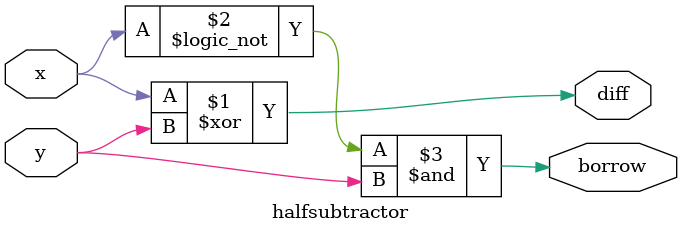
<source format=v>
module halfsubtractor(
  input x,y,
  output diff,borrow);
  xor g1(diff,x,y);
  and g2(borrow,(!x),y);
endmodule

</source>
